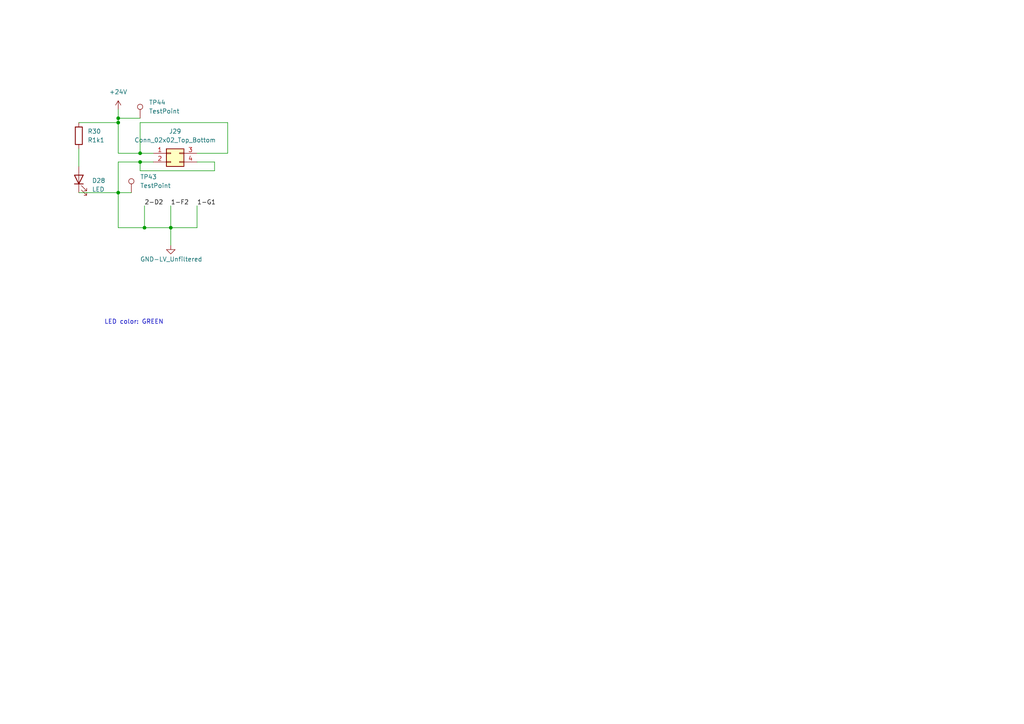
<source format=kicad_sch>
(kicad_sch (version 20231120) (generator "eeschema") (generator_version "8.0")
  (paper "A4")
  (lib_symbols
    (symbol "Connector:TestPoint" (pin_numbers hide) (pin_names (offset 0.762) hide)
      (property "Reference" "TP" (at 0 6.858 0))
      (property "Value" "TestPoint" (at 0 5.08 0))
      (symbol "TestPoint_0_1"
        (circle (center 0 3.302) (radius 0.762))
      )
      (symbol "TestPoint_1_1"
        (pin passive line (at 0 0 90) (length 2.54) (name "1") (number "1"))
      )
    )
    (symbol "Connector_Generic:Conn_02x02_Top_Bottom" (pin_names (offset 1.016) hide)
      (property "Reference" "J" (at 1.27 2.54 0))
      (property "Value" "Conn_02x02_Top_Bottom" (at 1.27 -5.08 0))
      (symbol "Conn_02x02_Top_Bottom_1_1"
        (rectangle (start -1.27 -2.413) (end 0 -2.667) (stroke (width 0.1524)))
        (rectangle (start -1.27 0.127) (end 0 -0.127) (stroke (width 0.1524)))
        (rectangle (start -1.27 1.27) (end 3.81 -3.81) (stroke (width 0.254)) (fill (type background)))
        (rectangle (start 3.81 -2.413) (end 2.54 -2.667) (stroke (width 0.1524)))
        (rectangle (start 3.81 0.127) (end 2.54 -0.127) (stroke (width 0.1524)))
        (pin passive line (at -5.08 0 0) (length 3.81) (name "Pin_1") (number "1"))
        (pin passive line (at -5.08 -2.54 0) (length 3.81) (name "Pin_2") (number "2"))
        (pin passive line (at 7.62 0 180) (length 3.81) (name "Pin_3") (number "3"))
        (pin passive line (at 7.62 -2.54 180) (length 3.81) (name "Pin_4") (number "4"))
      )
    )
    (symbol "Device:LED" (pin_numbers hide) (pin_names (offset 1.016) hide)
      (property "Reference" "D" (at 0 2.54 0))
      (property "Value" "LED" (at 0 -2.54 0))
      (symbol "LED_0_1"
        (polyline (pts (xy -1.27 -1.27) (xy -1.27 1.27)) (stroke (width 0.254)))
        (polyline (pts (xy -1.27 0) (xy 1.27 0)))
        (polyline (pts (xy 1.27 -1.27) (xy 1.27 1.27) (xy -1.27 0) (xy 1.27 -1.27)) (stroke (width 0.254)))
        (polyline (pts (xy -3.048 -0.762) (xy -4.572 -2.286) (xy -3.81 -2.286) (xy -4.572 -2.286) (xy -4.572 -1.524)))
        (polyline (pts (xy -1.778 -0.762) (xy -3.302 -2.286) (xy -2.54 -2.286) (xy -3.302 -2.286) (xy -3.302 -1.524)))
      )
      (symbol "LED_1_1"
        (pin passive line (at -3.81 0 0) (length 2.54) (name "K") (number "1"))
        (pin passive line (at 3.81 0 180) (length 2.54) (name "A") (number "2"))
      )
    )
    (symbol "Device:R" (pin_numbers hide) (pin_names (offset 0))
      (property "Reference" "R" (at 2.032 0 90))
      (property "Value" "R" (at 0 0 90))
      (symbol "R_0_1"
        (rectangle (start -1.016 -2.54) (end 1.016 2.54) (stroke (width 0.254)))
      )
      (symbol "R_1_1"
        (pin passive line (at 0 3.81 270) (length 1.27) (name "~") (number "1"))
        (pin passive line (at 0 -3.81 90) (length 1.27) (name "~") (number "2"))
      )
    )
    (symbol "power:+24V" (power) (pin_numbers hide) (pin_names (offset 0) hide)
      (property "Value" "+24V" (at 0 3.556 0))
      (symbol "+24V_0_1"
        (polyline (pts (xy -0.762 1.27) (xy 0 2.54)))
        (polyline (pts (xy 0 0) (xy 0 2.54)))
        (polyline (pts (xy 0 2.54) (xy 0.762 1.27)))
      )
      (symbol "+24V_1_1"
        (pin power_in line (at 0 0 90) (length 0) (name "~") (number "1"))
      )
    )
    (symbol "power:GND" (power) (pin_numbers hide) (pin_names (offset 0) hide)
      (property "Value" "GND" (at 0 -3.81 0))
      (symbol "GND_0_1"
        (polyline (pts (xy 0 0) (xy 0 -1.27) (xy 1.27 -1.27) (xy 0 -2.54) (xy -1.27 -1.27) (xy 0 -1.27)))
      )
      (symbol "GND_1_1"
        (pin power_in line (at 0 0 270) (length 0) (name "~") (number "1"))
      )
    )
  )
  (junction (at 40.64 44.45))
  (junction (at 34.29 35.56))
  (junction (at 41.91 66.04))
  (junction (at 49.53 66.04))
  (junction (at 34.29 34.29))
  (junction (at 40.64 46.99))
  (junction (at 34.29 55.88))
  (wire (pts (xy 22.86 55.88) (xy 34.29 55.88)))
  (wire (pts (xy 34.29 46.99) (xy 40.64 46.99)))
  (wire (pts (xy 34.29 66.04) (xy 41.91 66.04)))
  (wire (pts (xy 40.64 46.99) (xy 40.64 49.53)))
  (wire (pts (xy 49.53 59.69) (xy 49.53 66.04)))
  (wire (pts (xy 41.91 59.69) (xy 41.91 66.04)))
  (wire (pts (xy 34.29 55.88) (xy 38.1 55.88)))
  (wire (pts (xy 22.86 43.18) (xy 22.86 48.26)))
  (wire (pts (xy 62.23 49.53) (xy 62.23 46.99)))
  (wire (pts (xy 34.29 34.29) (xy 34.29 35.56)))
  (wire (pts (xy 40.64 46.99) (xy 44.45 46.99)))
  (wire (pts (xy 34.29 31.75) (xy 34.29 34.29)))
  (wire (pts (xy 22.86 35.56) (xy 34.29 35.56)))
  (wire (pts (xy 62.23 46.99) (xy 57.15 46.99)))
  (wire (pts (xy 34.29 35.56) (xy 34.29 44.45)))
  (wire (pts (xy 57.15 66.04) (xy 49.53 66.04)))
  (wire (pts (xy 49.53 66.04) (xy 49.53 71.12)))
  (wire (pts (xy 40.64 44.45) (xy 40.64 35.56)))
  (wire (pts (xy 40.64 35.56) (xy 66.04 35.56)))
  (wire (pts (xy 34.29 46.99) (xy 34.29 55.88)))
  (wire (pts (xy 57.15 59.69) (xy 57.15 66.04)))
  (wire (pts (xy 40.64 49.53) (xy 62.23 49.53)))
  (wire (pts (xy 34.29 34.29) (xy 40.64 34.29)))
  (wire (pts (xy 49.53 66.04) (xy 41.91 66.04)))
  (wire (pts (xy 40.64 44.45) (xy 34.29 44.45)))
  (wire (pts (xy 66.04 35.56) (xy 66.04 44.45)))
  (wire (pts (xy 44.45 44.45) (xy 40.64 44.45)))
  (wire (pts (xy 34.29 55.88) (xy 34.29 66.04)))
  (wire (pts (xy 66.04 44.45) (xy 57.15 44.45)))
  (text "LED color: GREEN" (at 38.862 93.472 0) (effects (font (size 1.27 1.27))))
  (label "2-D2" (at 41.91 59.69 0))
  (label "1-F2" (at 49.53 59.69 0))
  (label "1-G1" (at 57.15 59.69 0))
  (symbol (lib_id "Connector:TestPoint") (at 38.1 55.88 0) (unit 1)
    (property "Reference" "TP43" (at 40.64 51.3079 0) (effects (justify left)))
    (property "Value" "TestPoint" (at 40.64 53.8479 0) (effects (justify left)))
    (property "Footprint" "TestPoint:TestPoint_Keystone_5010-5014_Multipurpose" (effects (hide yes)))
    (property "Description" "test point" (effects (hide yes)))
  )
  (symbol (lib_id "Device:LED") (at 22.86 52.07 90) (unit 1)
    (property "Reference" "D28" (at 26.67 52.3874 90) (effects (justify right)))
    (property "Value" "LED" (at 26.67 54.9274 90) (effects (justify right)))
    (property "Footprint" "LED_SMD:LED_0805_2012Metric_Pad1.15x1.40mm_HandSolder" (effects (hide yes)))
    (property "Description" "Light emitting diode" (effects (hide yes)))
  )
  (symbol (lib_id "Device:R") (at 22.86 39.37 0) (unit 1)
    (property "Reference" "R30" (at 25.4 38.0999 0) (effects (justify left)))
    (property "Value" "R1k1" (at 25.4 40.6399 0) (effects (justify left)))
    (property "Footprint" "Resistor_SMD:R_1206_3216Metric_Pad1.30x1.75mm_HandSolder" (effects (hide yes)))
    (property "Description" "Resistor" (effects (hide yes)))
  )
  (symbol (lib_id "Connector:TestPoint") (at 40.64 34.29 0) (unit 1)
    (property "Reference" "TP44" (at 43.18 29.7179 0) (effects (justify left)))
    (property "Value" "TestPoint" (at 43.18 32.2579 0) (effects (justify left)))
    (property "Footprint" "TestPoint:TestPoint_Keystone_5010-5014_Multipurpose" (effects (hide yes)))
    (property "Description" "test point" (effects (hide yes)))
  )
  (symbol (lib_id "power:GND") (at 49.53 71.12 0) (unit 1)
    (property "Reference" "#PWR028" (effects (hide yes)))
    (property "Value" "GND-LV_Unfiltered" (at 40.64 75.184 0) (effects (justify left)))
    (property "Description" "Power symbol creates a global label with name \"GND\" , ground" (effects (hide yes)))
  )
  (symbol (lib_id "Connector_Generic:Conn_02x02_Top_Bottom") (at 49.53 44.45 0) (unit 1)
    (property "Reference" "J29" (at 50.8 38.1 0))
    (property "Value" "Conn_02x02_Top_Bottom" (at 50.8 40.64 0))
    (property "Footprint" "Connector_Molex:Molex_Mini-Fit_Jr_5566-04A_2x02_P4.20mm_Vertical" (effects (hide yes)))
    (property "Description" "Generic connector, double row, 02x02, top/bottom pin numbering scheme (row 1: 1...pins_per_row, row2: pins_per_row+1 ... num_pins), script generated (kicad-library-utils/schlib/autogen/connector/)" (effects (hide yes)))
  )
  (symbol (lib_id "power:+24V") (at 34.29 31.75 0) (unit 1)
    (property "Reference" "#PWR027" (effects (hide yes)))
    (property "Value" "+24V" (at 34.29 26.67 0))
    (property "Description" "Power symbol creates a global label with name \"+24V\"" (effects (hide yes)))
  )
)
</source>
